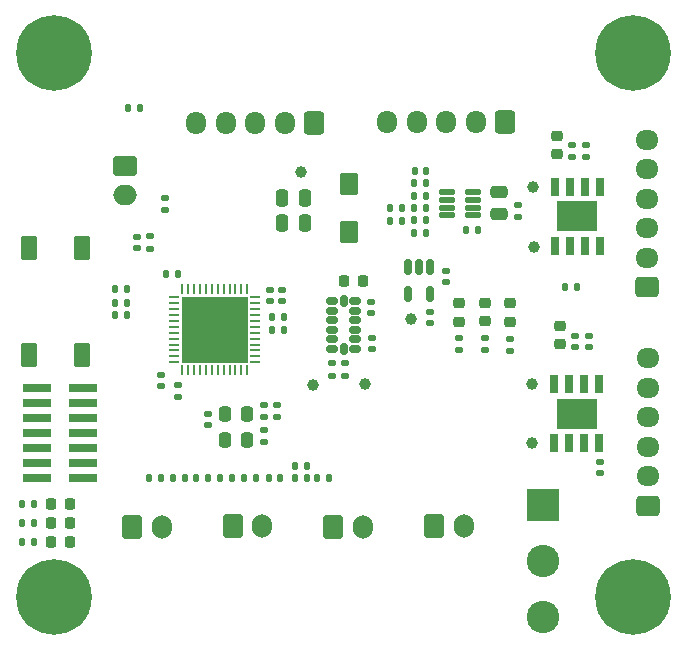
<source format=gbr>
%TF.GenerationSoftware,KiCad,Pcbnew,9.0.4*%
%TF.CreationDate,2025-10-13T17:03:12+02:00*%
%TF.ProjectId,ProjetX,50726f6a-6574-4582-9e6b-696361645f70,rev?*%
%TF.SameCoordinates,Original*%
%TF.FileFunction,Soldermask,Top*%
%TF.FilePolarity,Negative*%
%FSLAX46Y46*%
G04 Gerber Fmt 4.6, Leading zero omitted, Abs format (unit mm)*
G04 Created by KiCad (PCBNEW 9.0.4) date 2025-10-13 17:03:12*
%MOMM*%
%LPD*%
G01*
G04 APERTURE LIST*
G04 Aperture macros list*
%AMRoundRect*
0 Rectangle with rounded corners*
0 $1 Rounding radius*
0 $2 $3 $4 $5 $6 $7 $8 $9 X,Y pos of 4 corners*
0 Add a 4 corners polygon primitive as box body*
4,1,4,$2,$3,$4,$5,$6,$7,$8,$9,$2,$3,0*
0 Add four circle primitives for the rounded corners*
1,1,$1+$1,$2,$3*
1,1,$1+$1,$4,$5*
1,1,$1+$1,$6,$7*
1,1,$1+$1,$8,$9*
0 Add four rect primitives between the rounded corners*
20,1,$1+$1,$2,$3,$4,$5,0*
20,1,$1+$1,$4,$5,$6,$7,0*
20,1,$1+$1,$6,$7,$8,$9,0*
20,1,$1+$1,$8,$9,$2,$3,0*%
G04 Aperture macros list end*
%ADD10RoundRect,0.135000X-0.135000X-0.185000X0.135000X-0.185000X0.135000X0.185000X-0.135000X0.185000X0*%
%ADD11RoundRect,0.140000X-0.170000X0.140000X-0.170000X-0.140000X0.170000X-0.140000X0.170000X0.140000X0*%
%ADD12RoundRect,0.140000X0.170000X-0.140000X0.170000X0.140000X-0.170000X0.140000X-0.170000X-0.140000X0*%
%ADD13RoundRect,0.250000X-0.600000X-0.750000X0.600000X-0.750000X0.600000X0.750000X-0.600000X0.750000X0*%
%ADD14O,1.700000X2.000000*%
%ADD15RoundRect,0.135000X0.135000X0.185000X-0.135000X0.185000X-0.135000X-0.185000X0.135000X-0.185000X0*%
%ADD16C,1.000000*%
%ADD17RoundRect,0.150000X-0.150000X0.512500X-0.150000X-0.512500X0.150000X-0.512500X0.150000X0.512500X0*%
%ADD18RoundRect,0.140000X-0.140000X-0.170000X0.140000X-0.170000X0.140000X0.170000X-0.140000X0.170000X0*%
%ADD19RoundRect,0.140000X0.140000X0.170000X-0.140000X0.170000X-0.140000X-0.170000X0.140000X-0.170000X0*%
%ADD20R,2.750000X2.750000*%
%ADD21C,2.750000*%
%ADD22C,0.800000*%
%ADD23C,6.400000*%
%ADD24RoundRect,0.218750X0.256250X-0.218750X0.256250X0.218750X-0.256250X0.218750X-0.256250X-0.218750X0*%
%ADD25R,0.802000X1.505000*%
%ADD26R,3.502000X2.613000*%
%ADD27RoundRect,0.125000X0.537500X0.125000X-0.537500X0.125000X-0.537500X-0.125000X0.537500X-0.125000X0*%
%ADD28RoundRect,0.218750X-0.218750X-0.256250X0.218750X-0.256250X0.218750X0.256250X-0.218750X0.256250X0*%
%ADD29RoundRect,0.135000X0.185000X-0.135000X0.185000X0.135000X-0.185000X0.135000X-0.185000X-0.135000X0*%
%ADD30RoundRect,0.250000X0.250000X0.475000X-0.250000X0.475000X-0.250000X-0.475000X0.250000X-0.475000X0*%
%ADD31RoundRect,0.225000X0.225000X0.250000X-0.225000X0.250000X-0.225000X-0.250000X0.225000X-0.250000X0*%
%ADD32RoundRect,0.062500X0.062500X-0.375000X0.062500X0.375000X-0.062500X0.375000X-0.062500X-0.375000X0*%
%ADD33RoundRect,0.062500X0.375000X-0.062500X0.375000X0.062500X-0.375000X0.062500X-0.375000X-0.062500X0*%
%ADD34R,5.600000X5.600000*%
%ADD35RoundRect,0.135000X-0.185000X0.135000X-0.185000X-0.135000X0.185000X-0.135000X0.185000X0.135000X0*%
%ADD36RoundRect,0.225000X0.250000X-0.225000X0.250000X0.225000X-0.250000X0.225000X-0.250000X-0.225000X0*%
%ADD37RoundRect,0.250000X0.725000X-0.600000X0.725000X0.600000X-0.725000X0.600000X-0.725000X-0.600000X0*%
%ADD38O,1.950000X1.700000*%
%ADD39RoundRect,0.250000X0.600000X0.725000X-0.600000X0.725000X-0.600000X-0.725000X0.600000X-0.725000X0*%
%ADD40O,1.700000X1.950000*%
%ADD41RoundRect,0.250000X-0.750000X0.600000X-0.750000X-0.600000X0.750000X-0.600000X0.750000X0.600000X0*%
%ADD42O,2.000000X1.700000*%
%ADD43RoundRect,0.250000X-0.550000X0.700000X-0.550000X-0.700000X0.550000X-0.700000X0.550000X0.700000X0*%
%ADD44R,2.400000X0.740000*%
%ADD45RoundRect,0.150000X0.325000X0.150000X-0.325000X0.150000X-0.325000X-0.150000X0.325000X-0.150000X0*%
%ADD46RoundRect,0.150000X0.150000X0.325000X-0.150000X0.325000X-0.150000X-0.325000X0.150000X-0.325000X0*%
%ADD47RoundRect,0.250000X0.250000X-0.400000X0.250000X0.400000X-0.250000X0.400000X-0.250000X-0.400000X0*%
%ADD48RoundRect,0.250000X0.450000X-0.800000X0.450000X0.800000X-0.450000X0.800000X-0.450000X-0.800000X0*%
%ADD49RoundRect,0.250000X0.475000X-0.250000X0.475000X0.250000X-0.475000X0.250000X-0.475000X-0.250000X0*%
G04 APERTURE END LIST*
D10*
%TO.C,R11*%
X173873749Y-93975000D03*
X174893749Y-93975000D03*
%TD*%
%TO.C,R21*%
X149040000Y-114940000D03*
X150060000Y-114940000D03*
%TD*%
D11*
%TO.C,C9*%
X157250000Y-99040000D03*
X157250000Y-100000000D03*
%TD*%
D12*
%TO.C,C32*%
X146000000Y-95470000D03*
X146000000Y-94510000D03*
%TD*%
D13*
%TO.C,J7*%
X154130000Y-119050000D03*
D14*
X156630000Y-119050000D03*
%TD*%
D15*
%TO.C,R12*%
X170520000Y-89990000D03*
X169500000Y-89990000D03*
%TD*%
D16*
%TO.C,TP4*%
X179492500Y-112000000D03*
%TD*%
D17*
%TO.C,PS1*%
X170860000Y-97052500D03*
X169910000Y-97052500D03*
X168960000Y-97052500D03*
X168960000Y-99327500D03*
X170860000Y-99327500D03*
%TD*%
D18*
%TO.C,C31*%
X157150000Y-114940000D03*
X158110000Y-114940000D03*
%TD*%
D16*
%TO.C,3V3*%
X169210000Y-101452500D03*
%TD*%
D19*
%TO.C,C11*%
X158420000Y-101342500D03*
X157460000Y-101342500D03*
%TD*%
D16*
%TO.C,TP1*%
X179550000Y-90300000D03*
%TD*%
D20*
%TO.C,S1*%
X180400000Y-117275000D03*
D21*
X180400000Y-121975000D03*
X180400000Y-126675000D03*
%TD*%
D18*
%TO.C,C27*%
X169520000Y-88960000D03*
X170480000Y-88960000D03*
%TD*%
D22*
%TO.C,H1*%
X136600000Y-79000000D03*
X137302944Y-77302944D03*
X137302944Y-80697056D03*
X139000000Y-76600000D03*
D23*
X139000000Y-79000000D03*
D22*
X139000000Y-81400000D03*
X140697056Y-77302944D03*
X140697056Y-80697056D03*
X141400000Y-79000000D03*
%TD*%
D16*
%TO.C,TP3*%
X179492500Y-107000000D03*
%TD*%
D19*
%TO.C,C13*%
X183240000Y-98740000D03*
X182280000Y-98740000D03*
%TD*%
D24*
%TO.C,D3_PWR_3V1*%
X173270000Y-101710000D03*
X173270000Y-100135000D03*
%TD*%
D25*
%TO.C,U3*%
X185147500Y-107002500D03*
X183877500Y-107002500D03*
X182607500Y-107002500D03*
X181337500Y-107002500D03*
X181337500Y-111997500D03*
X182607500Y-111997500D03*
X183877500Y-111997500D03*
X185147500Y-111997500D03*
D26*
X183242500Y-109500000D03*
%TD*%
D12*
%TO.C,C6*%
X148050000Y-107150000D03*
X148050000Y-106190000D03*
%TD*%
D27*
%TO.C,IC1*%
X174501249Y-92700000D03*
X174501249Y-92050000D03*
X174501249Y-91400000D03*
X174501249Y-90750000D03*
X172226249Y-90750000D03*
X172226249Y-91400000D03*
X172226249Y-92050000D03*
X172226249Y-92700000D03*
%TD*%
D28*
%TO.C,D3*%
X138737500Y-120350000D03*
X140312500Y-120350000D03*
%TD*%
D12*
%TO.C,C21*%
X165850000Y-100980000D03*
X165850000Y-100020000D03*
%TD*%
D10*
%TO.C,R20*%
X147045000Y-114940000D03*
X148065000Y-114940000D03*
%TD*%
D29*
%TO.C,R1*%
X156800000Y-109760000D03*
X156800000Y-108740000D03*
%TD*%
D10*
%TO.C,R17*%
X155050000Y-114940000D03*
X156070000Y-114940000D03*
%TD*%
D15*
%TO.C,R26*%
X146240000Y-83650000D03*
X145220000Y-83650000D03*
%TD*%
%TO.C,R9*%
X137257500Y-120350000D03*
X136237500Y-120350000D03*
%TD*%
D12*
%TO.C,C19*%
X183060000Y-103850000D03*
X183060000Y-102890000D03*
%TD*%
D16*
%TO.C,TP5*%
X160900000Y-107100000D03*
%TD*%
D25*
%TO.C,U2*%
X185205000Y-90302500D03*
X183935000Y-90302500D03*
X182665000Y-90302500D03*
X181395000Y-90302500D03*
X181395000Y-95297500D03*
X182665000Y-95297500D03*
X183935000Y-95297500D03*
X185205000Y-95297500D03*
D26*
X183300000Y-92800000D03*
%TD*%
D11*
%TO.C,C20*%
X165900000Y-103070000D03*
X165900000Y-104030000D03*
%TD*%
D30*
%TO.C,C36*%
X160200000Y-93320000D03*
X158300000Y-93320000D03*
%TD*%
D10*
%TO.C,R23*%
X159360000Y-114970000D03*
X160380000Y-114970000D03*
%TD*%
D19*
%TO.C,C30*%
X168421249Y-92110000D03*
X167461249Y-92110000D03*
%TD*%
D11*
%TO.C,C16*%
X184310000Y-102895000D03*
X184310000Y-103855000D03*
%TD*%
D31*
%TO.C,C3*%
X165125000Y-98280000D03*
X163575000Y-98280000D03*
%TD*%
D32*
%TO.C,U1*%
X149850000Y-105837500D03*
X150350000Y-105837500D03*
X150850000Y-105837500D03*
X151350000Y-105837500D03*
X151850000Y-105837500D03*
X152350000Y-105837500D03*
X152850000Y-105837500D03*
X153350000Y-105837500D03*
X153850000Y-105837500D03*
X154350000Y-105837500D03*
X154850000Y-105837500D03*
X155350000Y-105837500D03*
D33*
X156037500Y-105150000D03*
X156037500Y-104650000D03*
X156037500Y-104150000D03*
X156037500Y-103650000D03*
X156037500Y-103150000D03*
X156037500Y-102650000D03*
X156037500Y-102150000D03*
X156037500Y-101650000D03*
X156037500Y-101150000D03*
X156037500Y-100650000D03*
X156037500Y-100150000D03*
X156037500Y-99650000D03*
D32*
X155350000Y-98962500D03*
X154850000Y-98962500D03*
X154350000Y-98962500D03*
X153850000Y-98962500D03*
X153350000Y-98962500D03*
X152850000Y-98962500D03*
X152350000Y-98962500D03*
X151850000Y-98962500D03*
X151350000Y-98962500D03*
X150850000Y-98962500D03*
X150350000Y-98962500D03*
X149850000Y-98962500D03*
D33*
X149162500Y-99650000D03*
X149162500Y-100150000D03*
X149162500Y-100650000D03*
X149162500Y-101150000D03*
X149162500Y-101650000D03*
X149162500Y-102150000D03*
X149162500Y-102650000D03*
X149162500Y-103150000D03*
X149162500Y-103650000D03*
X149162500Y-104150000D03*
X149162500Y-104650000D03*
X149162500Y-105150000D03*
D34*
X152600000Y-102400000D03*
%TD*%
D12*
%TO.C,C25*%
X178250000Y-92820000D03*
X178250000Y-91860000D03*
%TD*%
D22*
%TO.C,H2*%
X185600000Y-79000000D03*
X186302944Y-77302944D03*
X186302944Y-80697056D03*
X188000000Y-76600000D03*
D23*
X188000000Y-79000000D03*
D22*
X188000000Y-81400000D03*
X189697056Y-77302944D03*
X189697056Y-80697056D03*
X190400000Y-79000000D03*
%TD*%
D35*
%TO.C,R3*%
X175470000Y-103110000D03*
X175470000Y-104130000D03*
%TD*%
D10*
%TO.C,R25*%
X144130000Y-101180000D03*
X145150000Y-101180000D03*
%TD*%
D22*
%TO.C,H3*%
X136600000Y-125000000D03*
X137302944Y-123302944D03*
X137302944Y-126697056D03*
X139000000Y-122600000D03*
D23*
X139000000Y-125000000D03*
D22*
X139000000Y-127400000D03*
X140697056Y-123302944D03*
X140697056Y-126697056D03*
X141400000Y-125000000D03*
%TD*%
D10*
%TO.C,R16*%
X153040000Y-114940000D03*
X154060000Y-114940000D03*
%TD*%
D36*
%TO.C,C18*%
X181810000Y-103625000D03*
X181810000Y-102075000D03*
%TD*%
D13*
%TO.C,J8*%
X145610000Y-119080000D03*
D14*
X148110000Y-119080000D03*
%TD*%
D36*
%TO.C,C14*%
X181560000Y-87510000D03*
X181560000Y-85960000D03*
%TD*%
D15*
%TO.C,R13*%
X168441249Y-93170000D03*
X167421249Y-93170000D03*
%TD*%
D18*
%TO.C,C34*%
X161270000Y-114970000D03*
X162230000Y-114970000D03*
%TD*%
D10*
%TO.C,R10*%
X169473749Y-91045000D03*
X170493749Y-91045000D03*
%TD*%
D12*
%TO.C,C17*%
X185200000Y-114550000D03*
X185200000Y-113590000D03*
%TD*%
D37*
%TO.C,J5*%
X189255000Y-117300000D03*
D38*
X189255000Y-114800000D03*
X189255000Y-112300000D03*
X189255000Y-109800000D03*
X189255000Y-107300000D03*
X189255000Y-104800000D03*
%TD*%
D39*
%TO.C,J6*%
X161010000Y-84880000D03*
D40*
X158510000Y-84880000D03*
X156010000Y-84880000D03*
X153510000Y-84880000D03*
X151010000Y-84880000D03*
%TD*%
D15*
%TO.C,R14*%
X170473749Y-94195000D03*
X169453749Y-94195000D03*
%TD*%
D28*
%TO.C,D2*%
X138762500Y-118750000D03*
X140337500Y-118750000D03*
%TD*%
D16*
%TO.C,TP6*%
X165300000Y-107000000D03*
%TD*%
%TO.C,TP7*%
X159910000Y-89050000D03*
%TD*%
D28*
%TO.C,D1*%
X138737500Y-117150000D03*
X140312500Y-117150000D03*
%TD*%
D19*
%TO.C,C35*%
X145130000Y-98940000D03*
X144170000Y-98940000D03*
%TD*%
D11*
%TO.C,C12*%
X184060000Y-86780000D03*
X184060000Y-87740000D03*
%TD*%
D12*
%TO.C,C22*%
X157900000Y-109750000D03*
X157900000Y-108790000D03*
%TD*%
D41*
%TO.C,J4*%
X144995000Y-88500000D03*
D42*
X144995000Y-91000000D03*
%TD*%
D37*
%TO.C,J3*%
X189200000Y-98800000D03*
D38*
X189200000Y-96300000D03*
X189200000Y-93800000D03*
X189200000Y-91300000D03*
X189200000Y-88800000D03*
X189200000Y-86300000D03*
%TD*%
D18*
%TO.C,C5*%
X148490000Y-97690000D03*
X149450000Y-97690000D03*
%TD*%
D11*
%TO.C,C8*%
X158270000Y-99030000D03*
X158270000Y-99990000D03*
%TD*%
D16*
%TO.C,TP2*%
X179660000Y-95350000D03*
%TD*%
D35*
%TO.C,R5*%
X163650000Y-105250000D03*
X163650000Y-106270000D03*
%TD*%
D43*
%TO.C,L2*%
X163960000Y-90030000D03*
X163960000Y-94130000D03*
%TD*%
D11*
%TO.C,C23*%
X170810000Y-100872500D03*
X170810000Y-101832500D03*
%TD*%
D24*
%TO.C,D1_PWR_BATT1*%
X177620000Y-101747500D03*
X177620000Y-100172500D03*
%TD*%
D13*
%TO.C,J9*%
X162640000Y-119080000D03*
D14*
X165140000Y-119080000D03*
%TD*%
D15*
%TO.C,R8*%
X137260000Y-118750000D03*
X136240000Y-118750000D03*
%TD*%
D44*
%TO.C,J1*%
X137550000Y-107340000D03*
X141450000Y-107340000D03*
X137550000Y-108610000D03*
X141450000Y-108610000D03*
X137550000Y-109880000D03*
X141450000Y-109880000D03*
X137550000Y-111150000D03*
X141450000Y-111150000D03*
X137550000Y-112420000D03*
X141450000Y-112420000D03*
X137550000Y-113690000D03*
X141450000Y-113690000D03*
X137550000Y-114960000D03*
X141450000Y-114960000D03*
%TD*%
D35*
%TO.C,R6*%
X162550000Y-105250000D03*
X162550000Y-106270000D03*
%TD*%
%TO.C,R4*%
X173270000Y-103112500D03*
X173270000Y-104132500D03*
%TD*%
D45*
%TO.C,U4*%
X164500000Y-104000000D03*
X164500000Y-103200000D03*
X164500000Y-102400000D03*
X164500000Y-101600000D03*
X164500000Y-100800000D03*
X164500000Y-100000000D03*
D46*
X163500000Y-100000000D03*
D45*
X162500000Y-100000000D03*
X162500000Y-100800000D03*
X162500000Y-101600000D03*
X162500000Y-102400000D03*
X162500000Y-103200000D03*
X162500000Y-104000000D03*
D46*
X163500000Y-104000000D03*
%TD*%
D18*
%TO.C,C33*%
X151050000Y-114940000D03*
X152010000Y-114940000D03*
%TD*%
D15*
%TO.C,R7*%
X137257500Y-117150000D03*
X136237500Y-117150000D03*
%TD*%
D13*
%TO.C,J2*%
X171170000Y-119050000D03*
D14*
X173670000Y-119050000D03*
%TD*%
D35*
%TO.C,R2*%
X177620000Y-103160000D03*
X177620000Y-104180000D03*
%TD*%
D11*
%TO.C,C4*%
X172210000Y-97430000D03*
X172210000Y-98390000D03*
%TD*%
D19*
%TO.C,C26*%
X170463749Y-92085000D03*
X169503749Y-92085000D03*
%TD*%
D15*
%TO.C,R22*%
X160390000Y-113970000D03*
X159370000Y-113970000D03*
%TD*%
%TO.C,R24*%
X145160000Y-100090000D03*
X144140000Y-100090000D03*
%TD*%
D30*
%TO.C,C37*%
X160210000Y-91270000D03*
X158310000Y-91270000D03*
%TD*%
D12*
%TO.C,C15*%
X182810000Y-87740000D03*
X182810000Y-86780000D03*
%TD*%
D22*
%TO.C,H4*%
X185600000Y-125000000D03*
X186302944Y-123302944D03*
X186302944Y-126697056D03*
X188000000Y-122600000D03*
D23*
X188000000Y-125000000D03*
D22*
X188000000Y-127400000D03*
X189697056Y-123302944D03*
X189697056Y-126697056D03*
X190400000Y-125000000D03*
%TD*%
D11*
%TO.C,C1*%
X156800000Y-110920000D03*
X156800000Y-111880000D03*
%TD*%
D19*
%TO.C,C10*%
X158430000Y-102407500D03*
X157470000Y-102407500D03*
%TD*%
D47*
%TO.C,Y1*%
X155300000Y-111700000D03*
X155300000Y-109500000D03*
X153500000Y-109500000D03*
X153500000Y-111700000D03*
%TD*%
D48*
%TO.C,SW2*%
X136840000Y-104550000D03*
X136840000Y-95450000D03*
X141340000Y-104550000D03*
X141340000Y-95450000D03*
%TD*%
D12*
%TO.C,C7*%
X149500000Y-108060000D03*
X149500000Y-107100000D03*
%TD*%
D35*
%TO.C,R19*%
X147110000Y-94500000D03*
X147110000Y-95520000D03*
%TD*%
D49*
%TO.C,C24*%
X176643749Y-92635000D03*
X176643749Y-90735000D03*
%TD*%
D24*
%TO.C,D2_PWR_5V1*%
X175470000Y-101697500D03*
X175470000Y-100122500D03*
%TD*%
D11*
%TO.C,C2*%
X152050000Y-109520000D03*
X152050000Y-110480000D03*
%TD*%
D39*
%TO.C,J11*%
X177210000Y-84830000D03*
D40*
X174710000Y-84830000D03*
X172210000Y-84830000D03*
X169710000Y-84830000D03*
X167210000Y-84830000D03*
%TD*%
D10*
%TO.C,R15*%
X169463749Y-93145000D03*
X170483749Y-93145000D03*
%TD*%
D29*
%TO.C,R18*%
X148410000Y-92240000D03*
X148410000Y-91220000D03*
%TD*%
M02*

</source>
